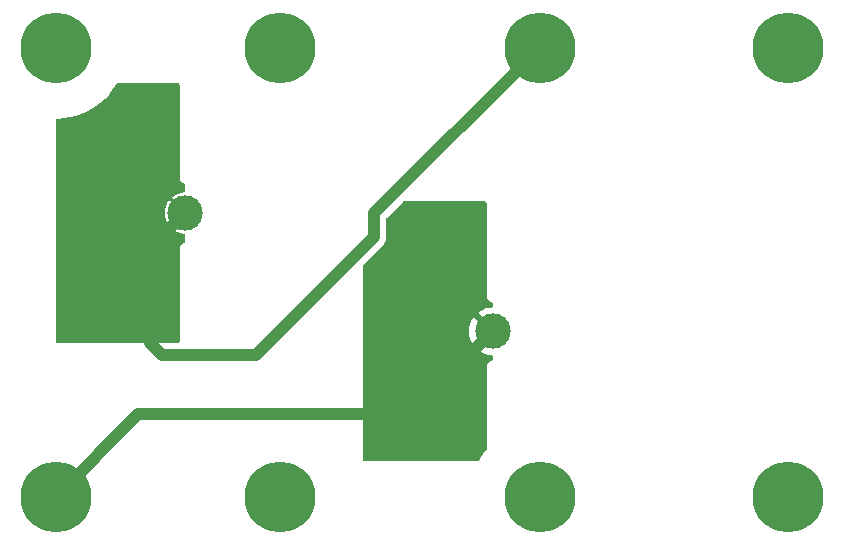
<source format=gbl>
G04 #@! TF.GenerationSoftware,KiCad,Pcbnew,8.0.2-1.fc40*
G04 #@! TF.CreationDate,2024-05-26T07:37:58-07:00*
G04 #@! TF.ProjectId,busicard-top,62757369-6361-4726-942d-746f702e6b69,rev?*
G04 #@! TF.SameCoordinates,Original*
G04 #@! TF.FileFunction,Copper,L2,Bot*
G04 #@! TF.FilePolarity,Positive*
%FSLAX46Y46*%
G04 Gerber Fmt 4.6, Leading zero omitted, Abs format (unit mm)*
G04 Created by KiCad (PCBNEW 8.0.2-1.fc40) date 2024-05-26 07:37:58*
%MOMM*%
%LPD*%
G01*
G04 APERTURE LIST*
G04 #@! TA.AperFunction,ComponentPad*
%ADD10C,6.000000*%
G04 #@! TD*
G04 #@! TA.AperFunction,SMDPad,CuDef*
%ADD11C,3.000000*%
G04 #@! TD*
G04 #@! TA.AperFunction,Conductor*
%ADD12C,1.000000*%
G04 #@! TD*
G04 APERTURE END LIST*
D10*
G04 #@! TO.P,TP9,1,1*
G04 #@! TO.N,unconnected-(TP9-Pad1)*
X175000000Y-119000000D03*
G04 #@! TD*
G04 #@! TO.P,TP1,1,1*
G04 #@! TO.N,/BATT1+*
X175000000Y-81000000D03*
G04 #@! TD*
G04 #@! TO.P,TP10,1,1*
G04 #@! TO.N,unconnected-(TP10-Pad1)*
X134000000Y-81000000D03*
G04 #@! TD*
G04 #@! TO.P,TP5,1,1*
G04 #@! TO.N,unconnected-(TP5-Pad1)*
X196000000Y-119000000D03*
G04 #@! TD*
G04 #@! TO.P,TP6,1,1*
G04 #@! TO.N,unconnected-(TP6-Pad1)*
X196000000Y-81000000D03*
G04 #@! TD*
G04 #@! TO.P,TP8,1,1*
G04 #@! TO.N,unconnected-(TP8-Pad1)*
X153000000Y-81000000D03*
G04 #@! TD*
G04 #@! TO.P,TP4,1,1*
G04 #@! TO.N,/BATT2+*
X134000000Y-119000000D03*
G04 #@! TD*
G04 #@! TO.P,TP7,1,1*
G04 #@! TO.N,unconnected-(TP7-Pad1)*
X153000000Y-119000000D03*
G04 #@! TD*
D11*
G04 #@! TO.P,TP3,1,1*
G04 #@! TO.N,/BATT2+*
X171000000Y-105000000D03*
G04 #@! TD*
G04 #@! TO.P,TP2,1,1*
G04 #@! TO.N,/BATT1+*
X145000000Y-95000000D03*
G04 #@! TD*
D12*
G04 #@! TO.N,/BATT1+*
X161000000Y-95000000D02*
X161000000Y-97000000D01*
X142000000Y-106000000D02*
X142000000Y-98000000D01*
X151000000Y-107000000D02*
X143000000Y-107000000D01*
X161000000Y-97000000D02*
X151000000Y-107000000D01*
X142000000Y-98000000D02*
X145000000Y-95000000D01*
X175000000Y-81000000D02*
X161000000Y-95000000D01*
X143000000Y-107000000D02*
X142000000Y-106000000D01*
G04 #@! TO.N,/BATT2+*
X171000000Y-105000000D02*
X164000000Y-112000000D01*
X141000000Y-112000000D02*
X134000000Y-119000000D01*
X164000000Y-112000000D02*
X141000000Y-112000000D01*
G04 #@! TD*
G04 #@! TA.AperFunction,Conductor*
G04 #@! TO.N,/BATT1+*
G36*
X144442539Y-84019685D02*
G01*
X144488294Y-84072489D01*
X144499500Y-84124000D01*
X144499500Y-92065891D01*
X144533608Y-92193187D01*
X144566554Y-92250250D01*
X144599500Y-92307314D01*
X144692686Y-92400500D01*
X144806814Y-92466392D01*
X144908095Y-92493529D01*
X144967753Y-92529892D01*
X144998283Y-92592739D01*
X145000000Y-92613303D01*
X145000000Y-93126000D01*
X144980315Y-93193039D01*
X144927511Y-93238794D01*
X144876000Y-93250000D01*
X144868848Y-93250000D01*
X144609500Y-93289090D01*
X144609494Y-93289092D01*
X144358858Y-93366404D01*
X144358854Y-93366405D01*
X144122550Y-93480204D01*
X144122546Y-93480206D01*
X143905835Y-93627956D01*
X143853391Y-93676615D01*
X145000000Y-94823223D01*
X145000000Y-95176774D01*
X143853391Y-96323383D01*
X143905835Y-96372043D01*
X144122546Y-96519793D01*
X144122550Y-96519795D01*
X144358854Y-96633594D01*
X144358858Y-96633595D01*
X144609494Y-96710907D01*
X144609500Y-96710909D01*
X144868848Y-96749999D01*
X144868857Y-96750000D01*
X144876000Y-96750000D01*
X144943039Y-96769685D01*
X144988794Y-96822489D01*
X145000000Y-96874000D01*
X145000000Y-97386696D01*
X144980315Y-97453735D01*
X144927511Y-97499490D01*
X144908097Y-97506469D01*
X144866853Y-97517520D01*
X144806812Y-97533608D01*
X144692686Y-97599500D01*
X144692683Y-97599502D01*
X144599502Y-97692683D01*
X144599500Y-97692686D01*
X144533608Y-97806812D01*
X144499500Y-97934108D01*
X144499500Y-105876000D01*
X144479815Y-105943039D01*
X144427011Y-105988794D01*
X144375500Y-106000000D01*
X134124000Y-106000000D01*
X134056961Y-105980315D01*
X134011206Y-105927511D01*
X134000000Y-105876000D01*
X134000000Y-94999995D01*
X143245093Y-94999995D01*
X143245093Y-95000004D01*
X143264692Y-95261545D01*
X143264693Y-95261550D01*
X143323058Y-95517270D01*
X143418883Y-95761426D01*
X143418882Y-95761426D01*
X143550030Y-95988577D01*
X143676302Y-96146919D01*
X144823222Y-94999999D01*
X143676302Y-93853079D01*
X143550027Y-94011426D01*
X143418883Y-94238573D01*
X143323058Y-94482729D01*
X143264693Y-94738449D01*
X143264692Y-94738454D01*
X143245093Y-94999995D01*
X134000000Y-94999995D01*
X134000000Y-87124500D01*
X134019685Y-87057461D01*
X134072489Y-87011706D01*
X134124000Y-87000500D01*
X134241803Y-87000500D01*
X134241812Y-87000500D01*
X134723867Y-86961584D01*
X135201228Y-86884005D01*
X135670799Y-86768267D01*
X136129534Y-86615118D01*
X136574457Y-86425554D01*
X137002685Y-86200803D01*
X137411439Y-85942323D01*
X137798068Y-85651789D01*
X138160066Y-85331088D01*
X138495084Y-84982297D01*
X138800950Y-84607680D01*
X139075679Y-84209665D01*
X139160934Y-84061998D01*
X139211500Y-84013784D01*
X139268320Y-84000000D01*
X144375500Y-84000000D01*
X144442539Y-84019685D01*
G37*
G04 #@! TD.AperFunction*
G04 #@! TD*
G04 #@! TA.AperFunction,Conductor*
G04 #@! TO.N,/BATT2+*
G36*
X170442539Y-94019685D02*
G01*
X170488294Y-94072489D01*
X170499500Y-94124000D01*
X170499500Y-102065891D01*
X170533608Y-102193187D01*
X170566554Y-102250250D01*
X170599500Y-102307314D01*
X170692686Y-102400500D01*
X170806814Y-102466392D01*
X170908095Y-102493529D01*
X170967753Y-102529892D01*
X170998283Y-102592739D01*
X171000000Y-102613303D01*
X171000000Y-102879442D01*
X170980315Y-102946481D01*
X170927511Y-102992236D01*
X170884847Y-103003126D01*
X170714637Y-103015300D01*
X170435104Y-103076109D01*
X170167041Y-103176091D01*
X169915961Y-103313191D01*
X169915953Y-103313196D01*
X169773436Y-103419882D01*
X171000000Y-104646447D01*
X171000000Y-105353551D01*
X169773436Y-106580115D01*
X169915960Y-106686807D01*
X169915961Y-106686808D01*
X170167042Y-106823908D01*
X170167041Y-106823908D01*
X170435104Y-106923890D01*
X170714637Y-106984699D01*
X170884846Y-106996873D01*
X170950310Y-107021290D01*
X170992182Y-107077223D01*
X171000000Y-107120557D01*
X171000000Y-107386696D01*
X170980315Y-107453735D01*
X170927511Y-107499490D01*
X170908097Y-107506469D01*
X170866853Y-107517520D01*
X170806812Y-107533608D01*
X170692686Y-107599500D01*
X170692683Y-107599502D01*
X170599502Y-107692683D01*
X170599500Y-107692686D01*
X170533608Y-107806812D01*
X170499500Y-107934108D01*
X170499500Y-114980144D01*
X170479815Y-115047183D01*
X170471551Y-115058567D01*
X170199058Y-115392308D01*
X169924322Y-115790332D01*
X169924320Y-115790336D01*
X169839065Y-115938001D01*
X169788500Y-115986216D01*
X169731680Y-116000000D01*
X160124000Y-116000000D01*
X160056961Y-115980315D01*
X160011206Y-115927511D01*
X160000000Y-115876000D01*
X160000000Y-104999998D01*
X168994891Y-104999998D01*
X168994891Y-105000001D01*
X169015300Y-105285362D01*
X169076109Y-105564895D01*
X169176091Y-105832958D01*
X169313191Y-106084038D01*
X169313196Y-106084046D01*
X169419882Y-106226561D01*
X169419883Y-106226562D01*
X170646446Y-105000000D01*
X170646446Y-104999999D01*
X169419883Y-103773436D01*
X169419882Y-103773437D01*
X169313196Y-103915953D01*
X169313191Y-103915961D01*
X169176091Y-104167041D01*
X169076109Y-104435104D01*
X169015300Y-104714637D01*
X168994891Y-104999998D01*
X160000000Y-104999998D01*
X160000000Y-99466282D01*
X160019685Y-99399243D01*
X160036315Y-99378605D01*
X161777140Y-97637781D01*
X161886632Y-97473914D01*
X161962052Y-97291835D01*
X162000501Y-97098540D01*
X162000501Y-96901459D01*
X162000501Y-96896349D01*
X162000500Y-96896323D01*
X162000500Y-95465782D01*
X162020185Y-95398743D01*
X162036819Y-95378101D01*
X163378601Y-94036319D01*
X163439924Y-94002834D01*
X163466282Y-94000000D01*
X170375500Y-94000000D01*
X170442539Y-94019685D01*
G37*
G04 #@! TD.AperFunction*
G04 #@! TD*
M02*

</source>
